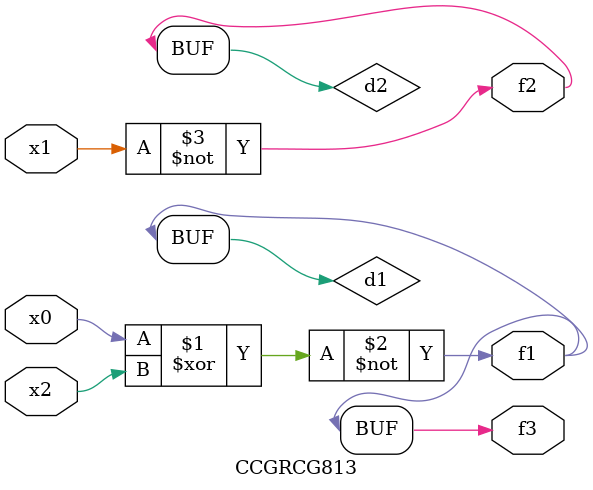
<source format=v>
module CCGRCG813(
	input x0, x1, x2,
	output f1, f2, f3
);

	wire d1, d2, d3;

	xnor (d1, x0, x2);
	nand (d2, x1);
	nor (d3, x1, x2);
	assign f1 = d1;
	assign f2 = d2;
	assign f3 = d1;
endmodule

</source>
